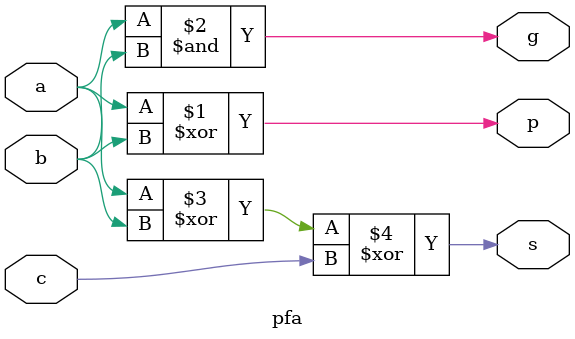
<source format=v>
module pfa(
	input	a,
	input	b,
	input	c,	// carry in
	
	output	s,	// sum
	output	g,	// generator
	output	p	// propogate
);

assign p = a ^ b;
assign g = a & b;

assign s = a ^ b ^ c;

endmodule

</source>
